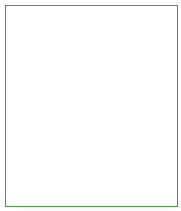
<source format=gbr>
%TF.GenerationSoftware,KiCad,Pcbnew,9.0.7*%
%TF.CreationDate,2026-01-03T11:49:46-05:00*%
%TF.ProjectId,T41-RF-board-Attenuator-daughterboard,5434312d-5246-42d6-926f-6172642d4174,rev?*%
%TF.SameCoordinates,Original*%
%TF.FileFunction,Profile,NP*%
%FSLAX46Y46*%
G04 Gerber Fmt 4.6, Leading zero omitted, Abs format (unit mm)*
G04 Created by KiCad (PCBNEW 9.0.7) date 2026-01-03 11:49:46*
%MOMM*%
%LPD*%
G01*
G04 APERTURE LIST*
%TA.AperFunction,Profile*%
%ADD10C,0.050000*%
%TD*%
G04 APERTURE END LIST*
D10*
X81661000Y-61341000D02*
X96215200Y-61341000D01*
X96215200Y-78308200D01*
X81661000Y-78308200D01*
X81661000Y-61341000D01*
M02*

</source>
